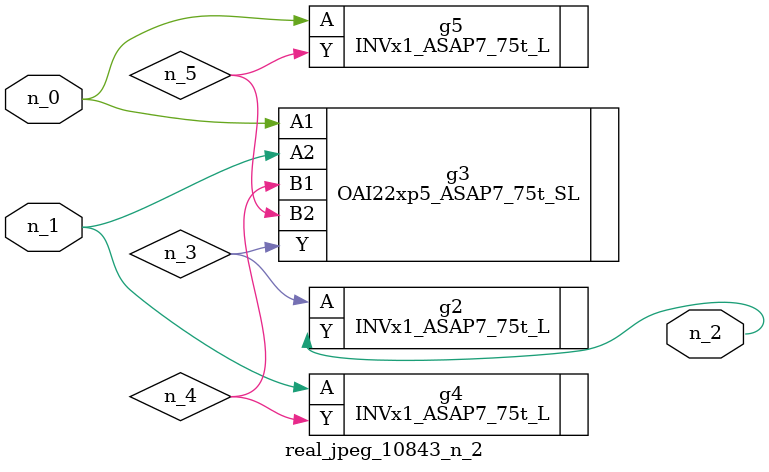
<source format=v>
module real_jpeg_10843_n_2 (n_1, n_0, n_2);

input n_1;
input n_0;

output n_2;

wire n_5;
wire n_4;
wire n_3;

OAI22xp5_ASAP7_75t_SL g3 ( 
.A1(n_0),
.A2(n_1),
.B1(n_4),
.B2(n_5),
.Y(n_3)
);

INVx1_ASAP7_75t_L g5 ( 
.A(n_0),
.Y(n_5)
);

INVx1_ASAP7_75t_L g4 ( 
.A(n_1),
.Y(n_4)
);

INVx1_ASAP7_75t_L g2 ( 
.A(n_3),
.Y(n_2)
);


endmodule
</source>
